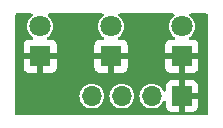
<source format=gbr>
%TF.GenerationSoftware,KiCad,Pcbnew,8.0.6*%
%TF.CreationDate,2024-11-14T16:48:07-06:00*%
%TF.ProjectId,PiLEDLights,50694c45-444c-4696-9768-74732e6b6963,rev?*%
%TF.SameCoordinates,Original*%
%TF.FileFunction,Copper,L1,Top*%
%TF.FilePolarity,Positive*%
%FSLAX46Y46*%
G04 Gerber Fmt 4.6, Leading zero omitted, Abs format (unit mm)*
G04 Created by KiCad (PCBNEW 8.0.6) date 2024-11-14 16:48:07*
%MOMM*%
%LPD*%
G01*
G04 APERTURE LIST*
%TA.AperFunction,ComponentPad*%
%ADD10C,1.800000*%
%TD*%
%TA.AperFunction,ComponentPad*%
%ADD11R,1.800000X1.800000*%
%TD*%
%TA.AperFunction,ComponentPad*%
%ADD12R,1.700000X1.700000*%
%TD*%
%TA.AperFunction,ComponentPad*%
%ADD13O,1.700000X1.700000*%
%TD*%
G04 APERTURE END LIST*
D10*
%TO.P,Yellow,2,A*%
%TO.N,Net-(D2-A)*%
X124000000Y-91000000D03*
D11*
%TO.P,Yellow,1,K*%
%TO.N,Net-(D1-K)*%
X124000000Y-93540000D03*
%TD*%
D10*
%TO.P,Green,2,A*%
%TO.N,Net-(D1-A)*%
X130000000Y-91000000D03*
D11*
%TO.P,Green,1,K*%
%TO.N,Net-(D1-K)*%
X130000000Y-93540000D03*
%TD*%
%TO.P,Red,1,K*%
%TO.N,Net-(D1-K)*%
X118000000Y-93540000D03*
D10*
%TO.P,Red,2,A*%
%TO.N,Net-(D3-A)*%
X118000000Y-91000000D03*
%TD*%
D12*
%TO.P,J1,1,Pin_1*%
%TO.N,Net-(D1-K)*%
X130000000Y-96900000D03*
D13*
%TO.P,J1,2,Pin_2*%
%TO.N,Net-(J1-Pin_2)*%
X127460000Y-96900000D03*
%TO.P,J1,3,Pin_3*%
%TO.N,Net-(J1-Pin_3)*%
X124920000Y-96900000D03*
%TO.P,J1,4,Pin_4*%
%TO.N,Net-(J1-Pin_4)*%
X122380000Y-96900000D03*
%TD*%
%TA.AperFunction,Conductor*%
%TO.N,Net-(D1-K)*%
G36*
X117319524Y-89920185D02*
G01*
X117365279Y-89972989D01*
X117375223Y-90042147D01*
X117346198Y-90105703D01*
X117336023Y-90116137D01*
X117183237Y-90255418D01*
X117060327Y-90418178D01*
X116969422Y-90600739D01*
X116969417Y-90600752D01*
X116913602Y-90796917D01*
X116894785Y-90999999D01*
X116894785Y-91000000D01*
X116913602Y-91203082D01*
X116969417Y-91399247D01*
X116969422Y-91399260D01*
X117060327Y-91581821D01*
X117183237Y-91744581D01*
X117333958Y-91881980D01*
X117333960Y-91881982D01*
X117380136Y-91910573D01*
X117426772Y-91962601D01*
X117437876Y-92031583D01*
X117409923Y-92095617D01*
X117351788Y-92134373D01*
X117314859Y-92140000D01*
X117052155Y-92140000D01*
X116992627Y-92146401D01*
X116992620Y-92146403D01*
X116857913Y-92196645D01*
X116857906Y-92196649D01*
X116742812Y-92282809D01*
X116742809Y-92282812D01*
X116656649Y-92397906D01*
X116656645Y-92397913D01*
X116606403Y-92532620D01*
X116606401Y-92532627D01*
X116600000Y-92592155D01*
X116600000Y-93290000D01*
X117624722Y-93290000D01*
X117580667Y-93366306D01*
X117550000Y-93480756D01*
X117550000Y-93599244D01*
X117580667Y-93713694D01*
X117624722Y-93790000D01*
X116600000Y-93790000D01*
X116600000Y-94487844D01*
X116606401Y-94547372D01*
X116606403Y-94547379D01*
X116656645Y-94682086D01*
X116656649Y-94682093D01*
X116742809Y-94797187D01*
X116742812Y-94797190D01*
X116857906Y-94883350D01*
X116857913Y-94883354D01*
X116992620Y-94933596D01*
X116992627Y-94933598D01*
X117052155Y-94939999D01*
X117052172Y-94940000D01*
X117750000Y-94940000D01*
X117750000Y-93915277D01*
X117826306Y-93959333D01*
X117940756Y-93990000D01*
X118059244Y-93990000D01*
X118173694Y-93959333D01*
X118250000Y-93915277D01*
X118250000Y-94940000D01*
X118947828Y-94940000D01*
X118947844Y-94939999D01*
X119007372Y-94933598D01*
X119007379Y-94933596D01*
X119142086Y-94883354D01*
X119142093Y-94883350D01*
X119257187Y-94797190D01*
X119257190Y-94797187D01*
X119343350Y-94682093D01*
X119343354Y-94682086D01*
X119393596Y-94547379D01*
X119393598Y-94547372D01*
X119399999Y-94487844D01*
X119400000Y-94487827D01*
X119400000Y-93790000D01*
X118375278Y-93790000D01*
X118419333Y-93713694D01*
X118450000Y-93599244D01*
X118450000Y-93480756D01*
X118419333Y-93366306D01*
X118375278Y-93290000D01*
X119400000Y-93290000D01*
X119400000Y-92592172D01*
X119399999Y-92592155D01*
X119393598Y-92532627D01*
X119393596Y-92532620D01*
X119343354Y-92397913D01*
X119343350Y-92397906D01*
X119257190Y-92282812D01*
X119257187Y-92282809D01*
X119142093Y-92196649D01*
X119142086Y-92196645D01*
X119007379Y-92146403D01*
X119007372Y-92146401D01*
X118947844Y-92140000D01*
X118685141Y-92140000D01*
X118618102Y-92120315D01*
X118572347Y-92067511D01*
X118562403Y-91998353D01*
X118591428Y-91934797D01*
X118619864Y-91910573D01*
X118666039Y-91881982D01*
X118666038Y-91881982D01*
X118666041Y-91881981D01*
X118816764Y-91744579D01*
X118939673Y-91581821D01*
X119030582Y-91399250D01*
X119086397Y-91203083D01*
X119105215Y-91000000D01*
X119086397Y-90796917D01*
X119030582Y-90600750D01*
X118939673Y-90418179D01*
X118816764Y-90255421D01*
X118816762Y-90255418D01*
X118663977Y-90116137D01*
X118627695Y-90056426D01*
X118629456Y-89986578D01*
X118668699Y-89928771D01*
X118732966Y-89901356D01*
X118747515Y-89900500D01*
X123252485Y-89900500D01*
X123319524Y-89920185D01*
X123365279Y-89972989D01*
X123375223Y-90042147D01*
X123346198Y-90105703D01*
X123336023Y-90116137D01*
X123183237Y-90255418D01*
X123060327Y-90418178D01*
X122969422Y-90600739D01*
X122969417Y-90600752D01*
X122913602Y-90796917D01*
X122894785Y-90999999D01*
X122894785Y-91000000D01*
X122913602Y-91203082D01*
X122969417Y-91399247D01*
X122969422Y-91399260D01*
X123060327Y-91581821D01*
X123183237Y-91744581D01*
X123333958Y-91881980D01*
X123333960Y-91881982D01*
X123380136Y-91910573D01*
X123426772Y-91962601D01*
X123437876Y-92031583D01*
X123409923Y-92095617D01*
X123351788Y-92134373D01*
X123314859Y-92140000D01*
X123052155Y-92140000D01*
X122992627Y-92146401D01*
X122992620Y-92146403D01*
X122857913Y-92196645D01*
X122857906Y-92196649D01*
X122742812Y-92282809D01*
X122742809Y-92282812D01*
X122656649Y-92397906D01*
X122656645Y-92397913D01*
X122606403Y-92532620D01*
X122606401Y-92532627D01*
X122600000Y-92592155D01*
X122600000Y-93290000D01*
X123624722Y-93290000D01*
X123580667Y-93366306D01*
X123550000Y-93480756D01*
X123550000Y-93599244D01*
X123580667Y-93713694D01*
X123624722Y-93790000D01*
X122600000Y-93790000D01*
X122600000Y-94487844D01*
X122606401Y-94547372D01*
X122606403Y-94547379D01*
X122656645Y-94682086D01*
X122656649Y-94682093D01*
X122742809Y-94797187D01*
X122742812Y-94797190D01*
X122857906Y-94883350D01*
X122857913Y-94883354D01*
X122992620Y-94933596D01*
X122992627Y-94933598D01*
X123052155Y-94939999D01*
X123052172Y-94940000D01*
X123750000Y-94940000D01*
X123750000Y-93915277D01*
X123826306Y-93959333D01*
X123940756Y-93990000D01*
X124059244Y-93990000D01*
X124173694Y-93959333D01*
X124250000Y-93915277D01*
X124250000Y-94940000D01*
X124947828Y-94940000D01*
X124947844Y-94939999D01*
X125007372Y-94933598D01*
X125007379Y-94933596D01*
X125142086Y-94883354D01*
X125142093Y-94883350D01*
X125257187Y-94797190D01*
X125257190Y-94797187D01*
X125343350Y-94682093D01*
X125343354Y-94682086D01*
X125393596Y-94547379D01*
X125393598Y-94547372D01*
X125399999Y-94487844D01*
X125400000Y-94487827D01*
X125400000Y-93790000D01*
X124375278Y-93790000D01*
X124419333Y-93713694D01*
X124450000Y-93599244D01*
X124450000Y-93480756D01*
X124419333Y-93366306D01*
X124375278Y-93290000D01*
X125400000Y-93290000D01*
X125400000Y-92592172D01*
X125399999Y-92592155D01*
X125393598Y-92532627D01*
X125393596Y-92532620D01*
X125343354Y-92397913D01*
X125343350Y-92397906D01*
X125257190Y-92282812D01*
X125257187Y-92282809D01*
X125142093Y-92196649D01*
X125142086Y-92196645D01*
X125007379Y-92146403D01*
X125007372Y-92146401D01*
X124947844Y-92140000D01*
X124685141Y-92140000D01*
X124618102Y-92120315D01*
X124572347Y-92067511D01*
X124562403Y-91998353D01*
X124591428Y-91934797D01*
X124619864Y-91910573D01*
X124666039Y-91881982D01*
X124666038Y-91881982D01*
X124666041Y-91881981D01*
X124816764Y-91744579D01*
X124939673Y-91581821D01*
X125030582Y-91399250D01*
X125086397Y-91203083D01*
X125105215Y-91000000D01*
X125086397Y-90796917D01*
X125030582Y-90600750D01*
X124939673Y-90418179D01*
X124816764Y-90255421D01*
X124816762Y-90255418D01*
X124663977Y-90116137D01*
X124627695Y-90056426D01*
X124629456Y-89986578D01*
X124668699Y-89928771D01*
X124732966Y-89901356D01*
X124747515Y-89900500D01*
X129252485Y-89900500D01*
X129319524Y-89920185D01*
X129365279Y-89972989D01*
X129375223Y-90042147D01*
X129346198Y-90105703D01*
X129336023Y-90116137D01*
X129183237Y-90255418D01*
X129060327Y-90418178D01*
X128969422Y-90600739D01*
X128969417Y-90600752D01*
X128913602Y-90796917D01*
X128894785Y-90999999D01*
X128894785Y-91000000D01*
X128913602Y-91203082D01*
X128969417Y-91399247D01*
X128969422Y-91399260D01*
X129060327Y-91581821D01*
X129183237Y-91744581D01*
X129333958Y-91881980D01*
X129333960Y-91881982D01*
X129380136Y-91910573D01*
X129426772Y-91962601D01*
X129437876Y-92031583D01*
X129409923Y-92095617D01*
X129351788Y-92134373D01*
X129314859Y-92140000D01*
X129052155Y-92140000D01*
X128992627Y-92146401D01*
X128992620Y-92146403D01*
X128857913Y-92196645D01*
X128857906Y-92196649D01*
X128742812Y-92282809D01*
X128742809Y-92282812D01*
X128656649Y-92397906D01*
X128656645Y-92397913D01*
X128606403Y-92532620D01*
X128606401Y-92532627D01*
X128600000Y-92592155D01*
X128600000Y-93290000D01*
X129624722Y-93290000D01*
X129580667Y-93366306D01*
X129550000Y-93480756D01*
X129550000Y-93599244D01*
X129580667Y-93713694D01*
X129624722Y-93790000D01*
X128600000Y-93790000D01*
X128600000Y-94487844D01*
X128606401Y-94547372D01*
X128606403Y-94547379D01*
X128656645Y-94682086D01*
X128656649Y-94682093D01*
X128742809Y-94797187D01*
X128742812Y-94797190D01*
X128857906Y-94883350D01*
X128857913Y-94883354D01*
X128992620Y-94933596D01*
X128992627Y-94933598D01*
X129052155Y-94939999D01*
X129052172Y-94940000D01*
X129750000Y-94940000D01*
X129750000Y-93915277D01*
X129826306Y-93959333D01*
X129940756Y-93990000D01*
X130059244Y-93990000D01*
X130173694Y-93959333D01*
X130250000Y-93915277D01*
X130250000Y-94940000D01*
X130947828Y-94940000D01*
X130947844Y-94939999D01*
X131007372Y-94933598D01*
X131007379Y-94933596D01*
X131142086Y-94883354D01*
X131142093Y-94883350D01*
X131257187Y-94797190D01*
X131257190Y-94797187D01*
X131343350Y-94682093D01*
X131343354Y-94682086D01*
X131393596Y-94547379D01*
X131393598Y-94547372D01*
X131399999Y-94487844D01*
X131400000Y-94487827D01*
X131400000Y-93790000D01*
X130375278Y-93790000D01*
X130419333Y-93713694D01*
X130450000Y-93599244D01*
X130450000Y-93480756D01*
X130419333Y-93366306D01*
X130375278Y-93290000D01*
X131400000Y-93290000D01*
X131400000Y-92592172D01*
X131399999Y-92592155D01*
X131393598Y-92532627D01*
X131393596Y-92532620D01*
X131343354Y-92397913D01*
X131343350Y-92397906D01*
X131257190Y-92282812D01*
X131257187Y-92282809D01*
X131142093Y-92196649D01*
X131142086Y-92196645D01*
X131007379Y-92146403D01*
X131007372Y-92146401D01*
X130947844Y-92140000D01*
X130685141Y-92140000D01*
X130618102Y-92120315D01*
X130572347Y-92067511D01*
X130562403Y-91998353D01*
X130591428Y-91934797D01*
X130619864Y-91910573D01*
X130666039Y-91881982D01*
X130666038Y-91881982D01*
X130666041Y-91881981D01*
X130816764Y-91744579D01*
X130939673Y-91581821D01*
X131030582Y-91399250D01*
X131086397Y-91203083D01*
X131105215Y-91000000D01*
X131086397Y-90796917D01*
X131030582Y-90600750D01*
X130939673Y-90418179D01*
X130816764Y-90255421D01*
X130816762Y-90255418D01*
X130663977Y-90116137D01*
X130627695Y-90056426D01*
X130629456Y-89986578D01*
X130668699Y-89928771D01*
X130732966Y-89901356D01*
X130747515Y-89900500D01*
X132075500Y-89900500D01*
X132142539Y-89920185D01*
X132188294Y-89972989D01*
X132199500Y-90024500D01*
X132199500Y-98375500D01*
X132179815Y-98442539D01*
X132127011Y-98488294D01*
X132075500Y-98499500D01*
X116024500Y-98499500D01*
X115957461Y-98479815D01*
X115911706Y-98427011D01*
X115900500Y-98375500D01*
X115900500Y-96900000D01*
X121324417Y-96900000D01*
X121344699Y-97105932D01*
X121344700Y-97105934D01*
X121404768Y-97303954D01*
X121502315Y-97486450D01*
X121502317Y-97486452D01*
X121633589Y-97646410D01*
X121730209Y-97725702D01*
X121793550Y-97777685D01*
X121976046Y-97875232D01*
X122174066Y-97935300D01*
X122174065Y-97935300D01*
X122192529Y-97937118D01*
X122380000Y-97955583D01*
X122585934Y-97935300D01*
X122783954Y-97875232D01*
X122966450Y-97777685D01*
X123126410Y-97646410D01*
X123257685Y-97486450D01*
X123355232Y-97303954D01*
X123415300Y-97105934D01*
X123435583Y-96900000D01*
X123864417Y-96900000D01*
X123884699Y-97105932D01*
X123884700Y-97105934D01*
X123944768Y-97303954D01*
X124042315Y-97486450D01*
X124042317Y-97486452D01*
X124173589Y-97646410D01*
X124270209Y-97725702D01*
X124333550Y-97777685D01*
X124516046Y-97875232D01*
X124714066Y-97935300D01*
X124714065Y-97935300D01*
X124732529Y-97937118D01*
X124920000Y-97955583D01*
X125125934Y-97935300D01*
X125323954Y-97875232D01*
X125506450Y-97777685D01*
X125666410Y-97646410D01*
X125797685Y-97486450D01*
X125895232Y-97303954D01*
X125955300Y-97105934D01*
X125975583Y-96900000D01*
X126404417Y-96900000D01*
X126424699Y-97105932D01*
X126424700Y-97105934D01*
X126484768Y-97303954D01*
X126582315Y-97486450D01*
X126582317Y-97486452D01*
X126713589Y-97646410D01*
X126810209Y-97725702D01*
X126873550Y-97777685D01*
X127056046Y-97875232D01*
X127254066Y-97935300D01*
X127254065Y-97935300D01*
X127272529Y-97937118D01*
X127460000Y-97955583D01*
X127665934Y-97935300D01*
X127863954Y-97875232D01*
X128046450Y-97777685D01*
X128206410Y-97646410D01*
X128337685Y-97486450D01*
X128416643Y-97338730D01*
X128465605Y-97288888D01*
X128533742Y-97273428D01*
X128599422Y-97297260D01*
X128641791Y-97352818D01*
X128650000Y-97397186D01*
X128650000Y-97797844D01*
X128656401Y-97857372D01*
X128656403Y-97857379D01*
X128706645Y-97992086D01*
X128706649Y-97992093D01*
X128792809Y-98107187D01*
X128792812Y-98107190D01*
X128907906Y-98193350D01*
X128907913Y-98193354D01*
X129042620Y-98243596D01*
X129042627Y-98243598D01*
X129102155Y-98249999D01*
X129102172Y-98250000D01*
X129750000Y-98250000D01*
X129750000Y-97333012D01*
X129807007Y-97365925D01*
X129934174Y-97400000D01*
X130065826Y-97400000D01*
X130192993Y-97365925D01*
X130250000Y-97333012D01*
X130250000Y-98250000D01*
X130897828Y-98250000D01*
X130897844Y-98249999D01*
X130957372Y-98243598D01*
X130957379Y-98243596D01*
X131092086Y-98193354D01*
X131092093Y-98193350D01*
X131207187Y-98107190D01*
X131207190Y-98107187D01*
X131293350Y-97992093D01*
X131293354Y-97992086D01*
X131343596Y-97857379D01*
X131343598Y-97857372D01*
X131349999Y-97797844D01*
X131350000Y-97797827D01*
X131350000Y-97150000D01*
X130433012Y-97150000D01*
X130465925Y-97092993D01*
X130500000Y-96965826D01*
X130500000Y-96834174D01*
X130465925Y-96707007D01*
X130433012Y-96650000D01*
X131350000Y-96650000D01*
X131350000Y-96002172D01*
X131349999Y-96002155D01*
X131343598Y-95942627D01*
X131343596Y-95942620D01*
X131293354Y-95807913D01*
X131293350Y-95807906D01*
X131207190Y-95692812D01*
X131207187Y-95692809D01*
X131092093Y-95606649D01*
X131092086Y-95606645D01*
X130957379Y-95556403D01*
X130957372Y-95556401D01*
X130897844Y-95550000D01*
X130250000Y-95550000D01*
X130250000Y-96466988D01*
X130192993Y-96434075D01*
X130065826Y-96400000D01*
X129934174Y-96400000D01*
X129807007Y-96434075D01*
X129750000Y-96466988D01*
X129750000Y-95550000D01*
X129102155Y-95550000D01*
X129042627Y-95556401D01*
X129042620Y-95556403D01*
X128907913Y-95606645D01*
X128907906Y-95606649D01*
X128792812Y-95692809D01*
X128792809Y-95692812D01*
X128706649Y-95807906D01*
X128706645Y-95807913D01*
X128656403Y-95942620D01*
X128656401Y-95942627D01*
X128650000Y-96002155D01*
X128650000Y-96402813D01*
X128630315Y-96469852D01*
X128577511Y-96515607D01*
X128508353Y-96525551D01*
X128444797Y-96496526D01*
X128416642Y-96461267D01*
X128337685Y-96313550D01*
X128285702Y-96250209D01*
X128206410Y-96153589D01*
X128046452Y-96022317D01*
X128046453Y-96022317D01*
X128046450Y-96022315D01*
X127863954Y-95924768D01*
X127665934Y-95864700D01*
X127665932Y-95864699D01*
X127665934Y-95864699D01*
X127460000Y-95844417D01*
X127254067Y-95864699D01*
X127056043Y-95924769D01*
X127022634Y-95942627D01*
X126873550Y-96022315D01*
X126873548Y-96022316D01*
X126873547Y-96022317D01*
X126713589Y-96153589D01*
X126582317Y-96313547D01*
X126484769Y-96496043D01*
X126424699Y-96694067D01*
X126404417Y-96900000D01*
X125975583Y-96900000D01*
X125955300Y-96694066D01*
X125895232Y-96496046D01*
X125797685Y-96313550D01*
X125745702Y-96250209D01*
X125666410Y-96153589D01*
X125506452Y-96022317D01*
X125506453Y-96022317D01*
X125506450Y-96022315D01*
X125323954Y-95924768D01*
X125125934Y-95864700D01*
X125125932Y-95864699D01*
X125125934Y-95864699D01*
X124920000Y-95844417D01*
X124714067Y-95864699D01*
X124516043Y-95924769D01*
X124482634Y-95942627D01*
X124333550Y-96022315D01*
X124333548Y-96022316D01*
X124333547Y-96022317D01*
X124173589Y-96153589D01*
X124042317Y-96313547D01*
X123944769Y-96496043D01*
X123884699Y-96694067D01*
X123864417Y-96900000D01*
X123435583Y-96900000D01*
X123415300Y-96694066D01*
X123355232Y-96496046D01*
X123257685Y-96313550D01*
X123205702Y-96250209D01*
X123126410Y-96153589D01*
X122966452Y-96022317D01*
X122966453Y-96022317D01*
X122966450Y-96022315D01*
X122783954Y-95924768D01*
X122585934Y-95864700D01*
X122585932Y-95864699D01*
X122585934Y-95864699D01*
X122380000Y-95844417D01*
X122174067Y-95864699D01*
X121976043Y-95924769D01*
X121942634Y-95942627D01*
X121793550Y-96022315D01*
X121793548Y-96022316D01*
X121793547Y-96022317D01*
X121633589Y-96153589D01*
X121502317Y-96313547D01*
X121404769Y-96496043D01*
X121344699Y-96694067D01*
X121324417Y-96900000D01*
X115900500Y-96900000D01*
X115900500Y-90024500D01*
X115920185Y-89957461D01*
X115972989Y-89911706D01*
X116024500Y-89900500D01*
X117252485Y-89900500D01*
X117319524Y-89920185D01*
G37*
%TD.AperFunction*%
%TD*%
M02*

</source>
